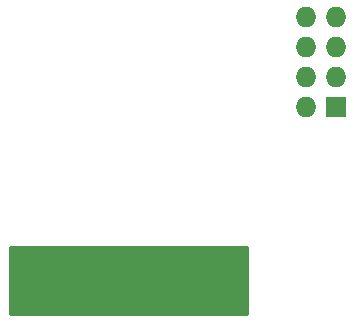
<source format=gbr>
G04 #@! TF.FileFunction,Soldermask,Top*
%FSLAX46Y46*%
G04 Gerber Fmt 4.6, Leading zero omitted, Abs format (unit mm)*
G04 Created by KiCad (PCBNEW 4.0.6-e0-6349~53~ubuntu14.04.1) date Mon Mar 27 23:52:56 2017*
%MOMM*%
%LPD*%
G01*
G04 APERTURE LIST*
%ADD10C,0.100000*%
%ADD11R,0.650240X3.599180*%
%ADD12R,0.650240X4.599940*%
%ADD13O,0.650240X0.650240*%
%ADD14R,1.727200X1.727200*%
%ADD15O,1.727200X1.727200*%
%ADD16C,0.254000*%
G04 APERTURE END LIST*
D10*
D11*
X159499600Y-99499620D03*
D12*
X158498840Y-100000000D03*
X157500620Y-100000000D03*
X156499860Y-100000000D03*
X155499100Y-100000000D03*
X154500880Y-100000000D03*
X153500120Y-100000000D03*
X152499360Y-100000000D03*
X151501140Y-100000000D03*
X150500380Y-100000000D03*
X149499620Y-100000000D03*
X144500900Y-100000000D03*
X143500140Y-100000000D03*
X142499380Y-100000000D03*
X141501160Y-100000000D03*
X140500400Y-100000000D03*
X146499880Y-100000000D03*
X145499120Y-100000000D03*
D13*
X156499860Y-102301240D03*
X155499100Y-102301240D03*
X154500880Y-102301240D03*
X153500120Y-102301240D03*
X152499360Y-102301240D03*
X151501140Y-102301240D03*
X150500380Y-102301240D03*
X144500900Y-102301240D03*
X143500140Y-102301240D03*
X157500620Y-102301240D03*
X145499120Y-102301240D03*
X142499380Y-102301240D03*
X149499620Y-102301240D03*
X146499880Y-102301240D03*
X141501160Y-102301240D03*
X140500400Y-102301240D03*
X158498840Y-102301240D03*
D14*
X167570000Y-85810000D03*
D15*
X165030000Y-85810000D03*
X167570000Y-83270000D03*
X165030000Y-83270000D03*
X167570000Y-80730000D03*
X165030000Y-80730000D03*
X167570000Y-78190000D03*
X165030000Y-78190000D03*
D16*
G36*
X160023000Y-103298000D02*
X139977000Y-103298000D01*
X139977000Y-97602000D01*
X160023000Y-97602000D01*
X160023000Y-103298000D01*
X160023000Y-103298000D01*
G37*
X160023000Y-103298000D02*
X139977000Y-103298000D01*
X139977000Y-97602000D01*
X160023000Y-97602000D01*
X160023000Y-103298000D01*
M02*

</source>
